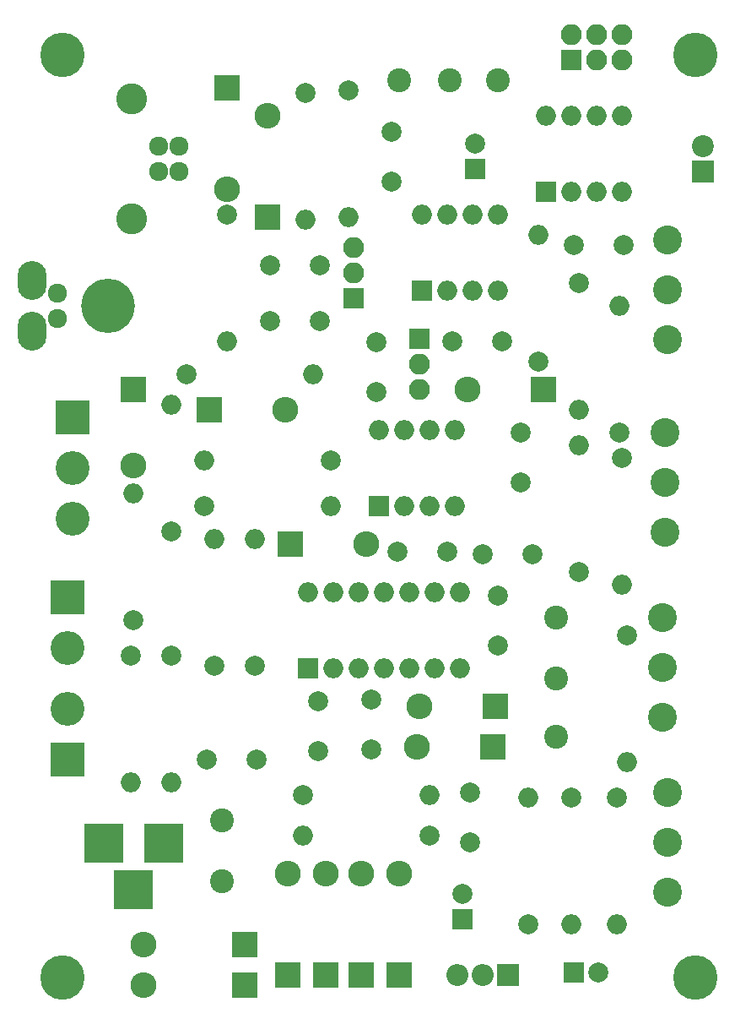
<source format=gbr>
G04 #@! TF.FileFunction,Soldermask,Top*
%FSLAX46Y46*%
G04 Gerber Fmt 4.6, Leading zero omitted, Abs format (unit mm)*
G04 Created by KiCad (PCBNEW 4.0.7) date 05/25/18 19:59:14*
%MOMM*%
%LPD*%
G01*
G04 APERTURE LIST*
%ADD10C,0.100000*%
%ADD11R,2.100000X2.100000*%
%ADD12O,2.100000X2.100000*%
%ADD13O,2.900000X3.900000*%
%ADD14C,1.924000*%
%ADD15O,5.400000X5.400000*%
%ADD16R,2.200000X2.200000*%
%ADD17C,2.200000*%
%ADD18C,2.000000*%
%ADD19O,2.000000X2.000000*%
%ADD20C,2.900000*%
%ADD21R,3.900000X3.900000*%
%ADD22C,2.400000*%
%ADD23R,2.000000X2.000000*%
%ADD24C,4.464000*%
%ADD25R,3.400000X3.400000*%
%ADD26C,3.400000*%
%ADD27R,2.600000X2.600000*%
%ADD28O,2.600000X2.600000*%
%ADD29O,2.200000X2.200000*%
%ADD30C,1.920000*%
%ADD31C,3.100000*%
G04 APERTURE END LIST*
D10*
D11*
X78486000Y-55880000D03*
D12*
X78486000Y-53340000D03*
X81026000Y-55880000D03*
X81026000Y-53340000D03*
X83566000Y-55880000D03*
X83566000Y-53340000D03*
D13*
X24384000Y-83058000D03*
D14*
X26924000Y-79248000D03*
X26924000Y-81788000D03*
D13*
X24384000Y-77978000D03*
D15*
X32004000Y-80518000D03*
D16*
X91694000Y-67056000D03*
D17*
X91694000Y-64516000D03*
D18*
X53086000Y-120142000D03*
X53086000Y-125142000D03*
X64262000Y-133604000D03*
D19*
X51562000Y-133604000D03*
D20*
X88138000Y-134286000D03*
X88138000Y-139286000D03*
X88138000Y-129286000D03*
D21*
X37592000Y-134366000D03*
X31592000Y-134366000D03*
X34592000Y-139066000D03*
D22*
X43434000Y-138176000D03*
X43434000Y-132080000D03*
D18*
X83566000Y-95758000D03*
D19*
X83566000Y-108458000D03*
D18*
X78486000Y-129794000D03*
D19*
X78486000Y-142494000D03*
D18*
X79248000Y-107188000D03*
D19*
X79248000Y-94488000D03*
D18*
X79248000Y-78232000D03*
D19*
X79248000Y-90932000D03*
D18*
X75184000Y-86106000D03*
D19*
X75184000Y-73406000D03*
D18*
X38354000Y-103124000D03*
D19*
X38354000Y-90424000D03*
D20*
X87630000Y-116760000D03*
X87630000Y-121760000D03*
X87630000Y-111760000D03*
X87884000Y-98218000D03*
X87884000Y-103218000D03*
X87884000Y-93218000D03*
X88138000Y-78914000D03*
X88138000Y-83914000D03*
X88138000Y-73914000D03*
D23*
X59182000Y-100584000D03*
D19*
X66802000Y-92964000D03*
X61722000Y-100584000D03*
X64262000Y-92964000D03*
X64262000Y-100584000D03*
X61722000Y-92964000D03*
X66802000Y-100584000D03*
X59182000Y-92964000D03*
D23*
X63500000Y-78994000D03*
D19*
X71120000Y-71374000D03*
X66040000Y-78994000D03*
X68580000Y-71374000D03*
X68580000Y-78994000D03*
X66040000Y-71374000D03*
X71120000Y-78994000D03*
X63500000Y-71374000D03*
D24*
X27432000Y-147828000D03*
X27432000Y-55372000D03*
X90932000Y-147828000D03*
X90932000Y-55372000D03*
D25*
X27940000Y-109728000D03*
D26*
X27940000Y-114808000D03*
D22*
X76962000Y-111760000D03*
X76962000Y-117856000D03*
X76962000Y-123698000D03*
D18*
X54356000Y-96012000D03*
D19*
X41656000Y-96012000D03*
D18*
X51562000Y-129540000D03*
D19*
X64262000Y-129540000D03*
D18*
X38354000Y-115570000D03*
D19*
X38354000Y-128270000D03*
D18*
X41656000Y-100584000D03*
D19*
X54356000Y-100584000D03*
D25*
X27940000Y-125984000D03*
D26*
X27940000Y-120904000D03*
D23*
X52070000Y-116840000D03*
D19*
X67310000Y-109220000D03*
X54610000Y-116840000D03*
X64770000Y-109220000D03*
X57150000Y-116840000D03*
X62230000Y-109220000D03*
X59690000Y-116840000D03*
X59690000Y-109220000D03*
X62230000Y-116840000D03*
X57150000Y-109220000D03*
X64770000Y-116840000D03*
X54610000Y-109220000D03*
X67310000Y-116840000D03*
X52070000Y-109220000D03*
D18*
X34544000Y-112014000D03*
D19*
X34544000Y-99314000D03*
D25*
X28448000Y-91694000D03*
D26*
X28448000Y-96774000D03*
X28448000Y-101854000D03*
D18*
X73406000Y-93218000D03*
X73406000Y-98218000D03*
X66040000Y-105156000D03*
X61040000Y-105156000D03*
X69596000Y-105410000D03*
X74596000Y-105410000D03*
X60452000Y-68072000D03*
X60452000Y-63072000D03*
X78740000Y-74422000D03*
X83740000Y-74422000D03*
X48260000Y-82042000D03*
X53260000Y-82042000D03*
X68326000Y-129286000D03*
X68326000Y-134286000D03*
X41910000Y-125984000D03*
X46910000Y-125984000D03*
X34290000Y-115570000D03*
D19*
X34290000Y-128270000D03*
D18*
X71120000Y-114554000D03*
X71120000Y-109554000D03*
X84074000Y-113538000D03*
D19*
X84074000Y-126238000D03*
D18*
X58928000Y-89154000D03*
X58928000Y-84154000D03*
X83312000Y-93218000D03*
D19*
X83312000Y-80518000D03*
D18*
X58420000Y-124968000D03*
X58420000Y-119968000D03*
X42672000Y-116586000D03*
D19*
X42672000Y-103886000D03*
D18*
X46736000Y-116586000D03*
D19*
X46736000Y-103886000D03*
D27*
X75692000Y-88900000D03*
D28*
X68072000Y-88900000D03*
D27*
X50292000Y-104394000D03*
D28*
X57912000Y-104394000D03*
D27*
X70866000Y-120650000D03*
D28*
X63246000Y-120650000D03*
D27*
X70612000Y-124714000D03*
D28*
X62992000Y-124714000D03*
D27*
X50038000Y-147574000D03*
D28*
X50038000Y-137414000D03*
D27*
X53848000Y-147574000D03*
D28*
X53848000Y-137414000D03*
D27*
X45720000Y-144526000D03*
D28*
X35560000Y-144526000D03*
D27*
X45720000Y-148590000D03*
D28*
X35560000Y-148590000D03*
D27*
X57404000Y-147574000D03*
D28*
X57404000Y-137414000D03*
D27*
X61214000Y-147574000D03*
D28*
X61214000Y-137414000D03*
D18*
X74168000Y-142494000D03*
D19*
X74168000Y-129794000D03*
D18*
X83058000Y-129794000D03*
D19*
X83058000Y-142494000D03*
D16*
X72136000Y-147574000D03*
D29*
X69596000Y-147574000D03*
X67056000Y-147574000D03*
D18*
X48260000Y-76454000D03*
X53260000Y-76454000D03*
D11*
X56642000Y-79756000D03*
D12*
X56642000Y-77216000D03*
X56642000Y-74676000D03*
D18*
X66548000Y-84074000D03*
X71548000Y-84074000D03*
D11*
X63246000Y-83820000D03*
D12*
X63246000Y-86360000D03*
X63246000Y-88900000D03*
D27*
X34544000Y-88900000D03*
D28*
X34544000Y-96520000D03*
D27*
X42164000Y-90932000D03*
D28*
X49784000Y-90932000D03*
D30*
X39116000Y-64516000D03*
X39116000Y-67056000D03*
X37116000Y-67056000D03*
X37116000Y-64516000D03*
D31*
X34416000Y-59786000D03*
X34416000Y-71786000D03*
D22*
X61214000Y-57912000D03*
X66294000Y-57912000D03*
X71120000Y-57912000D03*
D18*
X43942000Y-71374000D03*
D19*
X43942000Y-84074000D03*
D18*
X51816000Y-59182000D03*
D19*
X51816000Y-71882000D03*
D18*
X56134000Y-58928000D03*
D19*
X56134000Y-71628000D03*
D18*
X39878000Y-87376000D03*
D19*
X52578000Y-87376000D03*
D27*
X43942000Y-58674000D03*
D28*
X43942000Y-68834000D03*
D27*
X48006000Y-71628000D03*
D28*
X48006000Y-61468000D03*
D23*
X75946000Y-69088000D03*
D19*
X83566000Y-61468000D03*
X78486000Y-69088000D03*
X81026000Y-61468000D03*
X81026000Y-69088000D03*
X78486000Y-61468000D03*
X83566000Y-69088000D03*
X75946000Y-61468000D03*
D23*
X67564000Y-141986000D03*
D18*
X67564000Y-139486000D03*
D23*
X78740000Y-147320000D03*
D18*
X81240000Y-147320000D03*
D23*
X68834000Y-66802000D03*
D18*
X68834000Y-64302000D03*
M02*

</source>
